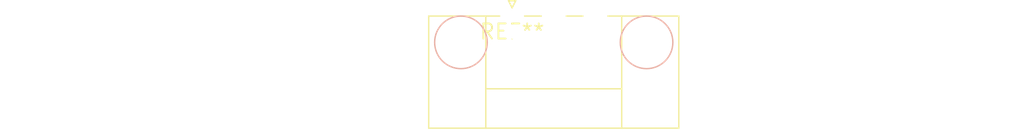
<source format=kicad_pcb>
(kicad_pcb (version 20240108) (generator pcbnew)
  (layers (0 "F.Cu" signal) (31 "B.Cu" signal) (34 "B.Paste" user) (35 "F.Paste" user) (36 "B.SilkS" user "B.Silkscreen") (37 "F.SilkS" user "F.Silkscreen") (38 "B.Mask" user) (39 "F.Mask" user) (44 "Edge.Cuts" user))
  (net 0 "")
  (footprint "PhoenixContact_MC_1,5_3-GF-3.5_1x03_P3.50mm_Horizontal_ThreadedFlange_MountHole" (layer "F.Cu") (at 0 0)
    (property "Reference" "REF**")
    (property "Value" "PhoenixContact_MC_1,5_3-GF-3.5_1x03_P3.50mm_Horizontal_ThreadedFlange_MountHole")
    (fp_circle (center -4.3 0.9) (end -2.09 0.9) (layer "B.SilkS") (stroke (width 0.12)) (fill none))
    (fp_circle (center 11.3 0.9) (end 13.51 0.9) (layer "B.SilkS") (stroke (width 0.12)) (fill none))
    (fp_line (start -7.01 -1.31) (end -7.01 8.11) (layer "F.SilkS") (stroke (width 0.12)))
    (fp_line (start -7.01 -1.31) (end -1.05 -1.31) (layer "F.SilkS") (stroke (width 0.12)))
    (fp_line (start -7.01 8.11) (end 14.01 8.11) (layer "F.SilkS") (stroke (width 0.12)))
    (fp_line (start -2.21 -1.31) (end -2.21 8.11) (layer "F.SilkS") (stroke (width 0.12)))
    (fp_line (start -2.21 4.8) (end 9.21 4.8) (layer "F.SilkS") (stroke (width 0.12)))
    (fp_line (start -0.3 -2.6) (end 0.3 -2.6) (layer "F.SilkS") (stroke (width 0.12)))
    (fp_line (start 0 -2) (end -0.3 -2.6) (layer "F.SilkS") (stroke (width 0.12)))
    (fp_line (start 0.3 -2.6) (end 0 -2) (layer "F.SilkS") (stroke (width 0.12)))
    (fp_line (start 1.05 -1.31) (end 2.45 -1.31) (layer "F.SilkS") (stroke (width 0.12)))
    (fp_line (start 4.55 -1.31) (end 5.95 -1.31) (layer "F.SilkS") (stroke (width 0.12)))
    (fp_line (start 9.21 -1.31) (end 9.21 8.11) (layer "F.SilkS") (stroke (width 0.12)))
    (fp_line (start 14.01 -1.31) (end 8.05 -1.31) (layer "F.SilkS") (stroke (width 0.12)))
    (fp_line (start 14.01 8.11) (end 14.01 -1.31) (layer "F.SilkS") (stroke (width 0.12)))
    (pad "" np_thru_hole circle (at -4.3 0.9) (size 2.4 2.4) (drill 2.4) (layers *.Cu *.Mask))
    (pad "" np_thru_hole circle (at 11.3 0.9) (size 2.4 2.4) (drill 2.4) (layers *.Cu *.Mask))
    (pad "1" thru_hole roundrect (at 0 0) (size 1.8 3.6) (drill 1.2) (layers *.Cu *.Mask) (remove_unused_layers) (roundrect_rratio 0.138889))
    (pad "2" thru_hole oval (at 3.5 0) (size 1.8 3.6) (drill 1.2) (layers *.Cu *.Mask) (remove_unused_layers))
    (pad "3" thru_hole oval (at 7 0) (size 1.8 3.6) (drill 1.2) (layers *.Cu *.Mask) (remove_unused_layers))
  )
)
</source>
